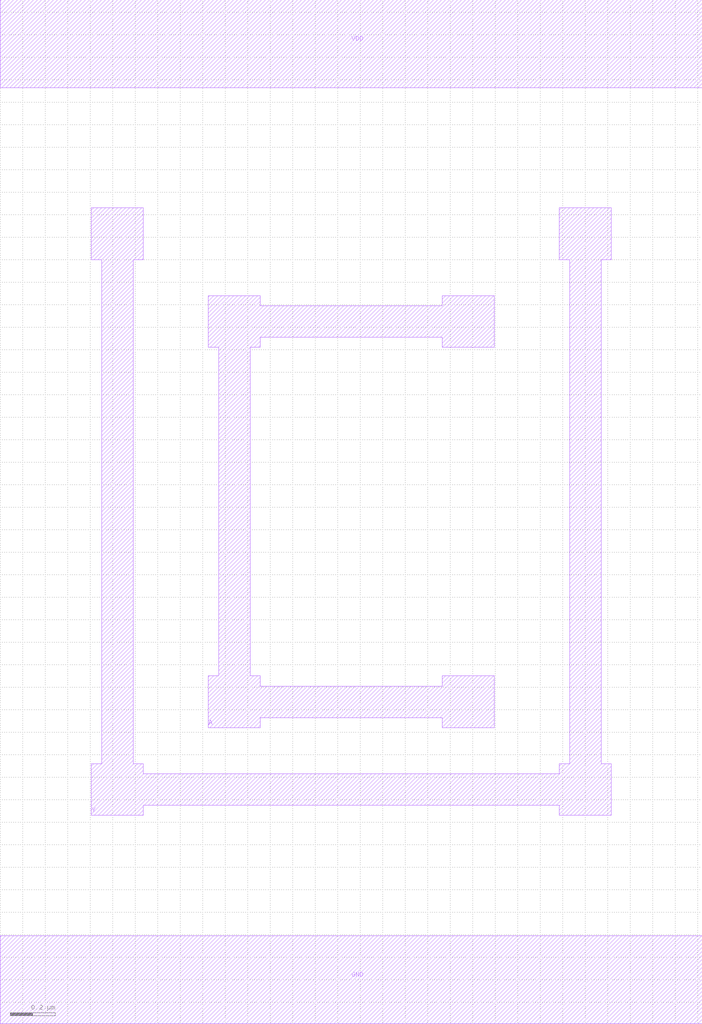
<source format=lef>
MACRO INVX4
 CLASS CORE ;
 ORIGIN 0.0 0.0 ;
 FOREIGN INVX4 0.0 0.0 ;
 SITE CORE ;
 SYMMETRY X Y R90 ;
  PIN VDD
   DIRECTION INOUT ;
   USE SIGNAL ;
   SHAPE ABUTMENT ;
    PORT
     CLASS CORE ;
       LAYER metal2 ;
        RECT 0.00000000 3.96500000 3.12000000 4.35500000 ;
    END
  END VDD

  PIN GND
   DIRECTION INOUT ;
   USE SIGNAL ;
   SHAPE ABUTMENT ;
    PORT
     CLASS CORE ;
       LAYER metal2 ;
        RECT 0.00000000 -0.19500000 3.12000000 0.19500000 ;
    END
  END GND

  PIN Y
   DIRECTION INOUT ;
   USE SIGNAL ;
   SHAPE ABUTMENT ;
    PORT
     CLASS CORE ;
       LAYER metal2 ;
        POLYGON 0.40500000 0.73000000 0.40500000 0.96000000 0.45000000 0.96000000 0.45000000 3.20000000 0.40500000 3.20000000 0.40500000 3.43000000 0.63500000 3.43000000 0.63500000 3.20000000 0.59000000 3.20000000 0.59000000 0.96000000 0.63500000 0.96000000 0.63500000 0.91500000 2.48500000 0.91500000 2.48500000 0.96000000 2.53000000 0.96000000 2.53000000 3.20000000 2.48500000 3.20000000 2.48500000 3.43000000 2.71500000 3.43000000 2.71500000 3.20000000 2.67000000 3.20000000 2.67000000 0.96000000 2.71500000 0.96000000 2.71500000 0.73000000 2.48500000 0.73000000 2.48500000 0.77500000 0.63500000 0.77500000 0.63500000 0.73000000 ;
    END
  END Y

  PIN A
   DIRECTION INOUT ;
   USE SIGNAL ;
   SHAPE ABUTMENT ;
    PORT
     CLASS CORE ;
       LAYER metal2 ;
        POLYGON 0.92500000 1.12000000 0.92500000 1.35000000 0.97000000 1.35000000 0.97000000 2.81000000 0.92500000 2.81000000 0.92500000 3.04000000 1.15500000 3.04000000 1.15500000 2.99500000 1.96500000 2.99500000 1.96500000 3.04000000 2.19500000 3.04000000 2.19500000 2.81000000 1.96500000 2.81000000 1.96500000 2.85500000 1.15500000 2.85500000 1.15500000 2.81000000 1.11000000 2.81000000 1.11000000 1.35000000 1.15500000 1.35000000 1.15500000 1.30500000 1.96500000 1.30500000 1.96500000 1.35000000 2.19500000 1.35000000 2.19500000 1.12000000 1.96500000 1.12000000 1.96500000 1.16500000 1.15500000 1.16500000 1.15500000 1.12000000 ;
    END
  END A


END INVX4

</source>
